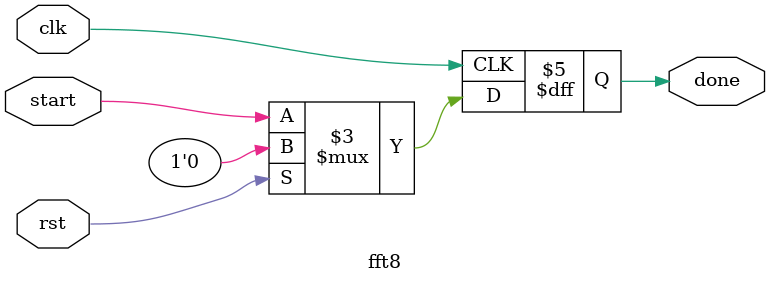
<source format=v>
module fft8 (
    input wire clk,
    input wire rst,
    input wire start,
    output reg done
);
    always @(posedge clk) begin
        if (rst) begin
            done <= 1'b0;
        end else begin
            done <= start; // placeholder: done follows start signal 
        end
    end
endmodule 
</source>
